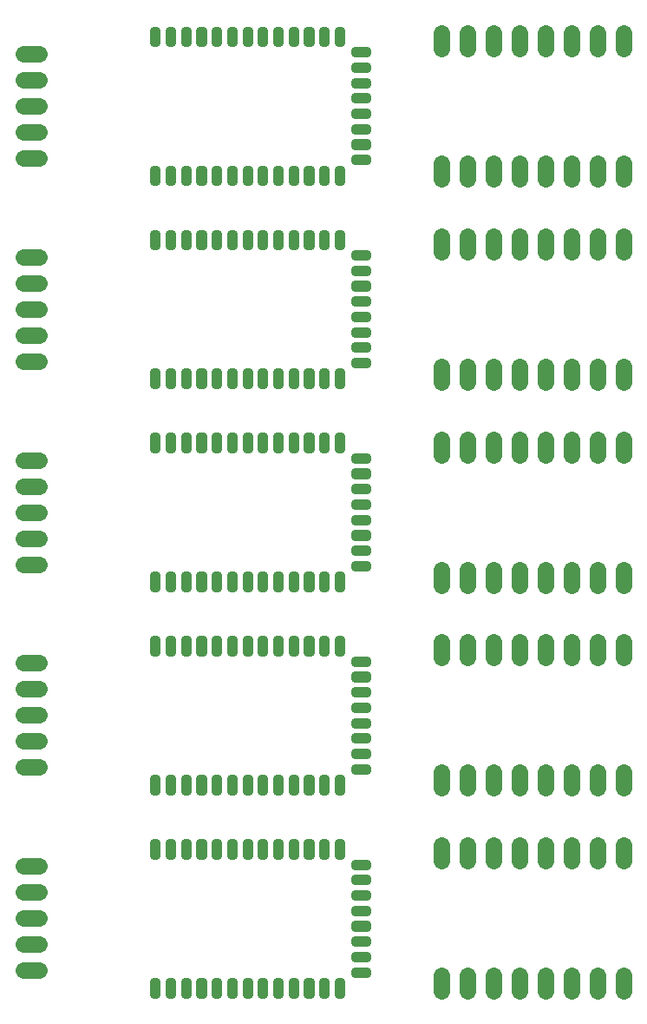
<source format=gts>
G04 EAGLE Gerber RS-274X export*
G75*
%MOMM*%
%FSLAX34Y34*%
%LPD*%
%INTop Solder Mask*%
%IPPOS*%
%AMOC8*
5,1,8,0,0,1.08239X$1,22.5*%
G01*
%ADD10C,0.800100*%
%ADD11C,1.625600*%


D10*
X153734Y40060D02*
X153734Y27740D01*
X151066Y27740D01*
X151066Y40060D01*
X153734Y40060D01*
X153734Y35341D02*
X151066Y35341D01*
X168734Y40060D02*
X168734Y27740D01*
X166066Y27740D01*
X166066Y40060D01*
X168734Y40060D01*
X168734Y35341D02*
X166066Y35341D01*
X183734Y40060D02*
X183734Y27740D01*
X181066Y27740D01*
X181066Y40060D01*
X183734Y40060D01*
X183734Y35341D02*
X181066Y35341D01*
X198734Y40060D02*
X198734Y27740D01*
X196066Y27740D01*
X196066Y40060D01*
X198734Y40060D01*
X198734Y35341D02*
X196066Y35341D01*
X213734Y40060D02*
X213734Y27740D01*
X211066Y27740D01*
X211066Y40060D01*
X213734Y40060D01*
X213734Y35341D02*
X211066Y35341D01*
X228734Y40060D02*
X228734Y27740D01*
X226066Y27740D01*
X226066Y40060D01*
X228734Y40060D01*
X228734Y35341D02*
X226066Y35341D01*
X243734Y40060D02*
X243734Y27740D01*
X241066Y27740D01*
X241066Y40060D01*
X243734Y40060D01*
X243734Y35341D02*
X241066Y35341D01*
X258734Y40060D02*
X258734Y27740D01*
X256066Y27740D01*
X256066Y40060D01*
X258734Y40060D01*
X258734Y35341D02*
X256066Y35341D01*
X273734Y40060D02*
X273734Y27740D01*
X271066Y27740D01*
X271066Y40060D01*
X273734Y40060D01*
X273734Y35341D02*
X271066Y35341D01*
X288734Y40060D02*
X288734Y27740D01*
X286066Y27740D01*
X286066Y40060D01*
X288734Y40060D01*
X288734Y35341D02*
X286066Y35341D01*
X303734Y40060D02*
X303734Y27740D01*
X301066Y27740D01*
X301066Y40060D01*
X303734Y40060D01*
X303734Y35341D02*
X301066Y35341D01*
X318734Y40060D02*
X318734Y27740D01*
X316066Y27740D01*
X316066Y40060D01*
X318734Y40060D01*
X318734Y35341D02*
X316066Y35341D01*
X333734Y40060D02*
X333734Y27740D01*
X331066Y27740D01*
X331066Y40060D01*
X333734Y40060D01*
X333734Y35341D02*
X331066Y35341D01*
X346940Y50634D02*
X359260Y50634D01*
X359260Y47966D01*
X346940Y47966D01*
X346940Y50634D01*
X346940Y65634D02*
X359260Y65634D01*
X359260Y62966D01*
X346940Y62966D01*
X346940Y65634D01*
X346940Y80634D02*
X359260Y80634D01*
X359260Y77966D01*
X346940Y77966D01*
X346940Y80634D01*
X346940Y95634D02*
X359260Y95634D01*
X359260Y92966D01*
X346940Y92966D01*
X346940Y95634D01*
X346940Y110634D02*
X359260Y110634D01*
X359260Y107966D01*
X346940Y107966D01*
X346940Y110634D01*
X346940Y125634D02*
X359260Y125634D01*
X359260Y122966D01*
X346940Y122966D01*
X346940Y125634D01*
X346940Y140634D02*
X359260Y140634D01*
X359260Y137966D01*
X346940Y137966D01*
X346940Y140634D01*
X346940Y155634D02*
X359260Y155634D01*
X359260Y152966D01*
X346940Y152966D01*
X346940Y155634D01*
X331066Y163140D02*
X331066Y175460D01*
X333734Y175460D01*
X333734Y163140D01*
X331066Y163140D01*
X331066Y170741D02*
X333734Y170741D01*
X316066Y175460D02*
X316066Y163140D01*
X316066Y175460D02*
X318734Y175460D01*
X318734Y163140D01*
X316066Y163140D01*
X316066Y170741D02*
X318734Y170741D01*
X301066Y175460D02*
X301066Y163140D01*
X301066Y175460D02*
X303734Y175460D01*
X303734Y163140D01*
X301066Y163140D01*
X301066Y170741D02*
X303734Y170741D01*
X286066Y175460D02*
X286066Y163140D01*
X286066Y175460D02*
X288734Y175460D01*
X288734Y163140D01*
X286066Y163140D01*
X286066Y170741D02*
X288734Y170741D01*
X271066Y175460D02*
X271066Y163140D01*
X271066Y175460D02*
X273734Y175460D01*
X273734Y163140D01*
X271066Y163140D01*
X271066Y170741D02*
X273734Y170741D01*
X256066Y175460D02*
X256066Y163140D01*
X256066Y175460D02*
X258734Y175460D01*
X258734Y163140D01*
X256066Y163140D01*
X256066Y170741D02*
X258734Y170741D01*
X241066Y175460D02*
X241066Y163140D01*
X241066Y175460D02*
X243734Y175460D01*
X243734Y163140D01*
X241066Y163140D01*
X241066Y170741D02*
X243734Y170741D01*
X226066Y175460D02*
X226066Y163140D01*
X226066Y175460D02*
X228734Y175460D01*
X228734Y163140D01*
X226066Y163140D01*
X226066Y170741D02*
X228734Y170741D01*
X211066Y175460D02*
X211066Y163140D01*
X211066Y175460D02*
X213734Y175460D01*
X213734Y163140D01*
X211066Y163140D01*
X211066Y170741D02*
X213734Y170741D01*
X196066Y175460D02*
X196066Y163140D01*
X196066Y175460D02*
X198734Y175460D01*
X198734Y163140D01*
X196066Y163140D01*
X196066Y170741D02*
X198734Y170741D01*
X181066Y175460D02*
X181066Y163140D01*
X181066Y175460D02*
X183734Y175460D01*
X183734Y163140D01*
X181066Y163140D01*
X181066Y170741D02*
X183734Y170741D01*
X166066Y175460D02*
X166066Y163140D01*
X166066Y175460D02*
X168734Y175460D01*
X168734Y163140D01*
X166066Y163140D01*
X166066Y170741D02*
X168734Y170741D01*
X151066Y175460D02*
X151066Y163140D01*
X151066Y175460D02*
X153734Y175460D01*
X153734Y163140D01*
X151066Y163140D01*
X151066Y170741D02*
X153734Y170741D01*
D11*
X39370Y50800D02*
X24130Y50800D01*
X24130Y76200D02*
X39370Y76200D01*
X39370Y101600D02*
X24130Y101600D01*
X24130Y127000D02*
X39370Y127000D01*
X39370Y152400D02*
X24130Y152400D01*
X431800Y45720D02*
X431800Y30480D01*
X457200Y30480D02*
X457200Y45720D01*
X482600Y45720D02*
X482600Y30480D01*
X508000Y30480D02*
X508000Y45720D01*
X533400Y45720D02*
X533400Y30480D01*
X558800Y30480D02*
X558800Y45720D01*
X584200Y45720D02*
X584200Y30480D01*
X609600Y30480D02*
X609600Y45720D01*
X609600Y157480D02*
X609600Y172720D01*
X584200Y172720D02*
X584200Y157480D01*
X558800Y157480D02*
X558800Y172720D01*
X533400Y172720D02*
X533400Y157480D01*
X508000Y157480D02*
X508000Y172720D01*
X482600Y172720D02*
X482600Y157480D01*
X457200Y157480D02*
X457200Y172720D01*
X431800Y172720D02*
X431800Y157480D01*
D10*
X153734Y225733D02*
X153734Y238053D01*
X153734Y225733D02*
X151066Y225733D01*
X151066Y238053D01*
X153734Y238053D01*
X153734Y233334D02*
X151066Y233334D01*
X168734Y238053D02*
X168734Y225733D01*
X166066Y225733D01*
X166066Y238053D01*
X168734Y238053D01*
X168734Y233334D02*
X166066Y233334D01*
X183734Y238053D02*
X183734Y225733D01*
X181066Y225733D01*
X181066Y238053D01*
X183734Y238053D01*
X183734Y233334D02*
X181066Y233334D01*
X198734Y238053D02*
X198734Y225733D01*
X196066Y225733D01*
X196066Y238053D01*
X198734Y238053D01*
X198734Y233334D02*
X196066Y233334D01*
X213734Y238053D02*
X213734Y225733D01*
X211066Y225733D01*
X211066Y238053D01*
X213734Y238053D01*
X213734Y233334D02*
X211066Y233334D01*
X228734Y238053D02*
X228734Y225733D01*
X226066Y225733D01*
X226066Y238053D01*
X228734Y238053D01*
X228734Y233334D02*
X226066Y233334D01*
X243734Y238053D02*
X243734Y225733D01*
X241066Y225733D01*
X241066Y238053D01*
X243734Y238053D01*
X243734Y233334D02*
X241066Y233334D01*
X258734Y238053D02*
X258734Y225733D01*
X256066Y225733D01*
X256066Y238053D01*
X258734Y238053D01*
X258734Y233334D02*
X256066Y233334D01*
X273734Y238053D02*
X273734Y225733D01*
X271066Y225733D01*
X271066Y238053D01*
X273734Y238053D01*
X273734Y233334D02*
X271066Y233334D01*
X288734Y238053D02*
X288734Y225733D01*
X286066Y225733D01*
X286066Y238053D01*
X288734Y238053D01*
X288734Y233334D02*
X286066Y233334D01*
X303734Y238053D02*
X303734Y225733D01*
X301066Y225733D01*
X301066Y238053D01*
X303734Y238053D01*
X303734Y233334D02*
X301066Y233334D01*
X318734Y238053D02*
X318734Y225733D01*
X316066Y225733D01*
X316066Y238053D01*
X318734Y238053D01*
X318734Y233334D02*
X316066Y233334D01*
X333734Y238053D02*
X333734Y225733D01*
X331066Y225733D01*
X331066Y238053D01*
X333734Y238053D01*
X333734Y233334D02*
X331066Y233334D01*
X346940Y248627D02*
X359260Y248627D01*
X359260Y245959D01*
X346940Y245959D01*
X346940Y248627D01*
X346940Y263627D02*
X359260Y263627D01*
X359260Y260959D01*
X346940Y260959D01*
X346940Y263627D01*
X346940Y278627D02*
X359260Y278627D01*
X359260Y275959D01*
X346940Y275959D01*
X346940Y278627D01*
X346940Y293627D02*
X359260Y293627D01*
X359260Y290959D01*
X346940Y290959D01*
X346940Y293627D01*
X346940Y308627D02*
X359260Y308627D01*
X359260Y305959D01*
X346940Y305959D01*
X346940Y308627D01*
X346940Y323627D02*
X359260Y323627D01*
X359260Y320959D01*
X346940Y320959D01*
X346940Y323627D01*
X346940Y338627D02*
X359260Y338627D01*
X359260Y335959D01*
X346940Y335959D01*
X346940Y338627D01*
X346940Y353627D02*
X359260Y353627D01*
X359260Y350959D01*
X346940Y350959D01*
X346940Y353627D01*
X331066Y361133D02*
X331066Y373453D01*
X333734Y373453D01*
X333734Y361133D01*
X331066Y361133D01*
X331066Y368734D02*
X333734Y368734D01*
X316066Y373453D02*
X316066Y361133D01*
X316066Y373453D02*
X318734Y373453D01*
X318734Y361133D01*
X316066Y361133D01*
X316066Y368734D02*
X318734Y368734D01*
X301066Y373453D02*
X301066Y361133D01*
X301066Y373453D02*
X303734Y373453D01*
X303734Y361133D01*
X301066Y361133D01*
X301066Y368734D02*
X303734Y368734D01*
X286066Y373453D02*
X286066Y361133D01*
X286066Y373453D02*
X288734Y373453D01*
X288734Y361133D01*
X286066Y361133D01*
X286066Y368734D02*
X288734Y368734D01*
X271066Y373453D02*
X271066Y361133D01*
X271066Y373453D02*
X273734Y373453D01*
X273734Y361133D01*
X271066Y361133D01*
X271066Y368734D02*
X273734Y368734D01*
X256066Y373453D02*
X256066Y361133D01*
X256066Y373453D02*
X258734Y373453D01*
X258734Y361133D01*
X256066Y361133D01*
X256066Y368734D02*
X258734Y368734D01*
X241066Y373453D02*
X241066Y361133D01*
X241066Y373453D02*
X243734Y373453D01*
X243734Y361133D01*
X241066Y361133D01*
X241066Y368734D02*
X243734Y368734D01*
X226066Y373453D02*
X226066Y361133D01*
X226066Y373453D02*
X228734Y373453D01*
X228734Y361133D01*
X226066Y361133D01*
X226066Y368734D02*
X228734Y368734D01*
X211066Y373453D02*
X211066Y361133D01*
X211066Y373453D02*
X213734Y373453D01*
X213734Y361133D01*
X211066Y361133D01*
X211066Y368734D02*
X213734Y368734D01*
X196066Y373453D02*
X196066Y361133D01*
X196066Y373453D02*
X198734Y373453D01*
X198734Y361133D01*
X196066Y361133D01*
X196066Y368734D02*
X198734Y368734D01*
X181066Y373453D02*
X181066Y361133D01*
X181066Y373453D02*
X183734Y373453D01*
X183734Y361133D01*
X181066Y361133D01*
X181066Y368734D02*
X183734Y368734D01*
X166066Y373453D02*
X166066Y361133D01*
X166066Y373453D02*
X168734Y373453D01*
X168734Y361133D01*
X166066Y361133D01*
X166066Y368734D02*
X168734Y368734D01*
X151066Y373453D02*
X151066Y361133D01*
X151066Y373453D02*
X153734Y373453D01*
X153734Y361133D01*
X151066Y361133D01*
X151066Y368734D02*
X153734Y368734D01*
D11*
X39370Y248793D02*
X24130Y248793D01*
X24130Y274193D02*
X39370Y274193D01*
X39370Y299593D02*
X24130Y299593D01*
X24130Y324993D02*
X39370Y324993D01*
X39370Y350393D02*
X24130Y350393D01*
X431800Y243713D02*
X431800Y228473D01*
X457200Y228473D02*
X457200Y243713D01*
X482600Y243713D02*
X482600Y228473D01*
X508000Y228473D02*
X508000Y243713D01*
X533400Y243713D02*
X533400Y228473D01*
X558800Y228473D02*
X558800Y243713D01*
X584200Y243713D02*
X584200Y228473D01*
X609600Y228473D02*
X609600Y243713D01*
X609600Y355473D02*
X609600Y370713D01*
X584200Y370713D02*
X584200Y355473D01*
X558800Y355473D02*
X558800Y370713D01*
X533400Y370713D02*
X533400Y355473D01*
X508000Y355473D02*
X508000Y370713D01*
X482600Y370713D02*
X482600Y355473D01*
X457200Y355473D02*
X457200Y370713D01*
X431800Y370713D02*
X431800Y355473D01*
D10*
X153734Y423751D02*
X153734Y436071D01*
X153734Y423751D02*
X151066Y423751D01*
X151066Y436071D01*
X153734Y436071D01*
X153734Y431352D02*
X151066Y431352D01*
X168734Y436071D02*
X168734Y423751D01*
X166066Y423751D01*
X166066Y436071D01*
X168734Y436071D01*
X168734Y431352D02*
X166066Y431352D01*
X183734Y436071D02*
X183734Y423751D01*
X181066Y423751D01*
X181066Y436071D01*
X183734Y436071D01*
X183734Y431352D02*
X181066Y431352D01*
X198734Y436071D02*
X198734Y423751D01*
X196066Y423751D01*
X196066Y436071D01*
X198734Y436071D01*
X198734Y431352D02*
X196066Y431352D01*
X213734Y436071D02*
X213734Y423751D01*
X211066Y423751D01*
X211066Y436071D01*
X213734Y436071D01*
X213734Y431352D02*
X211066Y431352D01*
X228734Y436071D02*
X228734Y423751D01*
X226066Y423751D01*
X226066Y436071D01*
X228734Y436071D01*
X228734Y431352D02*
X226066Y431352D01*
X243734Y436071D02*
X243734Y423751D01*
X241066Y423751D01*
X241066Y436071D01*
X243734Y436071D01*
X243734Y431352D02*
X241066Y431352D01*
X258734Y436071D02*
X258734Y423751D01*
X256066Y423751D01*
X256066Y436071D01*
X258734Y436071D01*
X258734Y431352D02*
X256066Y431352D01*
X273734Y436071D02*
X273734Y423751D01*
X271066Y423751D01*
X271066Y436071D01*
X273734Y436071D01*
X273734Y431352D02*
X271066Y431352D01*
X288734Y436071D02*
X288734Y423751D01*
X286066Y423751D01*
X286066Y436071D01*
X288734Y436071D01*
X288734Y431352D02*
X286066Y431352D01*
X303734Y436071D02*
X303734Y423751D01*
X301066Y423751D01*
X301066Y436071D01*
X303734Y436071D01*
X303734Y431352D02*
X301066Y431352D01*
X318734Y436071D02*
X318734Y423751D01*
X316066Y423751D01*
X316066Y436071D01*
X318734Y436071D01*
X318734Y431352D02*
X316066Y431352D01*
X333734Y436071D02*
X333734Y423751D01*
X331066Y423751D01*
X331066Y436071D01*
X333734Y436071D01*
X333734Y431352D02*
X331066Y431352D01*
X346940Y446645D02*
X359260Y446645D01*
X359260Y443977D01*
X346940Y443977D01*
X346940Y446645D01*
X346940Y461645D02*
X359260Y461645D01*
X359260Y458977D01*
X346940Y458977D01*
X346940Y461645D01*
X346940Y476645D02*
X359260Y476645D01*
X359260Y473977D01*
X346940Y473977D01*
X346940Y476645D01*
X346940Y491645D02*
X359260Y491645D01*
X359260Y488977D01*
X346940Y488977D01*
X346940Y491645D01*
X346940Y506645D02*
X359260Y506645D01*
X359260Y503977D01*
X346940Y503977D01*
X346940Y506645D01*
X346940Y521645D02*
X359260Y521645D01*
X359260Y518977D01*
X346940Y518977D01*
X346940Y521645D01*
X346940Y536645D02*
X359260Y536645D01*
X359260Y533977D01*
X346940Y533977D01*
X346940Y536645D01*
X346940Y551645D02*
X359260Y551645D01*
X359260Y548977D01*
X346940Y548977D01*
X346940Y551645D01*
X331066Y559151D02*
X331066Y571471D01*
X333734Y571471D01*
X333734Y559151D01*
X331066Y559151D01*
X331066Y566752D02*
X333734Y566752D01*
X316066Y571471D02*
X316066Y559151D01*
X316066Y571471D02*
X318734Y571471D01*
X318734Y559151D01*
X316066Y559151D01*
X316066Y566752D02*
X318734Y566752D01*
X301066Y571471D02*
X301066Y559151D01*
X301066Y571471D02*
X303734Y571471D01*
X303734Y559151D01*
X301066Y559151D01*
X301066Y566752D02*
X303734Y566752D01*
X286066Y571471D02*
X286066Y559151D01*
X286066Y571471D02*
X288734Y571471D01*
X288734Y559151D01*
X286066Y559151D01*
X286066Y566752D02*
X288734Y566752D01*
X271066Y571471D02*
X271066Y559151D01*
X271066Y571471D02*
X273734Y571471D01*
X273734Y559151D01*
X271066Y559151D01*
X271066Y566752D02*
X273734Y566752D01*
X256066Y571471D02*
X256066Y559151D01*
X256066Y571471D02*
X258734Y571471D01*
X258734Y559151D01*
X256066Y559151D01*
X256066Y566752D02*
X258734Y566752D01*
X241066Y571471D02*
X241066Y559151D01*
X241066Y571471D02*
X243734Y571471D01*
X243734Y559151D01*
X241066Y559151D01*
X241066Y566752D02*
X243734Y566752D01*
X226066Y571471D02*
X226066Y559151D01*
X226066Y571471D02*
X228734Y571471D01*
X228734Y559151D01*
X226066Y559151D01*
X226066Y566752D02*
X228734Y566752D01*
X211066Y571471D02*
X211066Y559151D01*
X211066Y571471D02*
X213734Y571471D01*
X213734Y559151D01*
X211066Y559151D01*
X211066Y566752D02*
X213734Y566752D01*
X196066Y571471D02*
X196066Y559151D01*
X196066Y571471D02*
X198734Y571471D01*
X198734Y559151D01*
X196066Y559151D01*
X196066Y566752D02*
X198734Y566752D01*
X181066Y571471D02*
X181066Y559151D01*
X181066Y571471D02*
X183734Y571471D01*
X183734Y559151D01*
X181066Y559151D01*
X181066Y566752D02*
X183734Y566752D01*
X166066Y571471D02*
X166066Y559151D01*
X166066Y571471D02*
X168734Y571471D01*
X168734Y559151D01*
X166066Y559151D01*
X166066Y566752D02*
X168734Y566752D01*
X151066Y571471D02*
X151066Y559151D01*
X151066Y571471D02*
X153734Y571471D01*
X153734Y559151D01*
X151066Y559151D01*
X151066Y566752D02*
X153734Y566752D01*
D11*
X39370Y446811D02*
X24130Y446811D01*
X24130Y472211D02*
X39370Y472211D01*
X39370Y497611D02*
X24130Y497611D01*
X24130Y523011D02*
X39370Y523011D01*
X39370Y548411D02*
X24130Y548411D01*
X431800Y441731D02*
X431800Y426491D01*
X457200Y426491D02*
X457200Y441731D01*
X482600Y441731D02*
X482600Y426491D01*
X508000Y426491D02*
X508000Y441731D01*
X533400Y441731D02*
X533400Y426491D01*
X558800Y426491D02*
X558800Y441731D01*
X584200Y441731D02*
X584200Y426491D01*
X609600Y426491D02*
X609600Y441731D01*
X609600Y553491D02*
X609600Y568731D01*
X584200Y568731D02*
X584200Y553491D01*
X558800Y553491D02*
X558800Y568731D01*
X533400Y568731D02*
X533400Y553491D01*
X508000Y553491D02*
X508000Y568731D01*
X482600Y568731D02*
X482600Y553491D01*
X457200Y553491D02*
X457200Y568731D01*
X431800Y568731D02*
X431800Y553491D01*
D10*
X153734Y621744D02*
X153734Y634064D01*
X153734Y621744D02*
X151066Y621744D01*
X151066Y634064D01*
X153734Y634064D01*
X153734Y629345D02*
X151066Y629345D01*
X168734Y634064D02*
X168734Y621744D01*
X166066Y621744D01*
X166066Y634064D01*
X168734Y634064D01*
X168734Y629345D02*
X166066Y629345D01*
X183734Y634064D02*
X183734Y621744D01*
X181066Y621744D01*
X181066Y634064D01*
X183734Y634064D01*
X183734Y629345D02*
X181066Y629345D01*
X198734Y634064D02*
X198734Y621744D01*
X196066Y621744D01*
X196066Y634064D01*
X198734Y634064D01*
X198734Y629345D02*
X196066Y629345D01*
X213734Y634064D02*
X213734Y621744D01*
X211066Y621744D01*
X211066Y634064D01*
X213734Y634064D01*
X213734Y629345D02*
X211066Y629345D01*
X228734Y634064D02*
X228734Y621744D01*
X226066Y621744D01*
X226066Y634064D01*
X228734Y634064D01*
X228734Y629345D02*
X226066Y629345D01*
X243734Y634064D02*
X243734Y621744D01*
X241066Y621744D01*
X241066Y634064D01*
X243734Y634064D01*
X243734Y629345D02*
X241066Y629345D01*
X258734Y634064D02*
X258734Y621744D01*
X256066Y621744D01*
X256066Y634064D01*
X258734Y634064D01*
X258734Y629345D02*
X256066Y629345D01*
X273734Y634064D02*
X273734Y621744D01*
X271066Y621744D01*
X271066Y634064D01*
X273734Y634064D01*
X273734Y629345D02*
X271066Y629345D01*
X288734Y634064D02*
X288734Y621744D01*
X286066Y621744D01*
X286066Y634064D01*
X288734Y634064D01*
X288734Y629345D02*
X286066Y629345D01*
X303734Y634064D02*
X303734Y621744D01*
X301066Y621744D01*
X301066Y634064D01*
X303734Y634064D01*
X303734Y629345D02*
X301066Y629345D01*
X318734Y634064D02*
X318734Y621744D01*
X316066Y621744D01*
X316066Y634064D01*
X318734Y634064D01*
X318734Y629345D02*
X316066Y629345D01*
X333734Y634064D02*
X333734Y621744D01*
X331066Y621744D01*
X331066Y634064D01*
X333734Y634064D01*
X333734Y629345D02*
X331066Y629345D01*
X346940Y644638D02*
X359260Y644638D01*
X359260Y641970D01*
X346940Y641970D01*
X346940Y644638D01*
X346940Y659638D02*
X359260Y659638D01*
X359260Y656970D01*
X346940Y656970D01*
X346940Y659638D01*
X346940Y674638D02*
X359260Y674638D01*
X359260Y671970D01*
X346940Y671970D01*
X346940Y674638D01*
X346940Y689638D02*
X359260Y689638D01*
X359260Y686970D01*
X346940Y686970D01*
X346940Y689638D01*
X346940Y704638D02*
X359260Y704638D01*
X359260Y701970D01*
X346940Y701970D01*
X346940Y704638D01*
X346940Y719638D02*
X359260Y719638D01*
X359260Y716970D01*
X346940Y716970D01*
X346940Y719638D01*
X346940Y734638D02*
X359260Y734638D01*
X359260Y731970D01*
X346940Y731970D01*
X346940Y734638D01*
X346940Y749638D02*
X359260Y749638D01*
X359260Y746970D01*
X346940Y746970D01*
X346940Y749638D01*
X331066Y757144D02*
X331066Y769464D01*
X333734Y769464D01*
X333734Y757144D01*
X331066Y757144D01*
X331066Y764745D02*
X333734Y764745D01*
X316066Y769464D02*
X316066Y757144D01*
X316066Y769464D02*
X318734Y769464D01*
X318734Y757144D01*
X316066Y757144D01*
X316066Y764745D02*
X318734Y764745D01*
X301066Y769464D02*
X301066Y757144D01*
X301066Y769464D02*
X303734Y769464D01*
X303734Y757144D01*
X301066Y757144D01*
X301066Y764745D02*
X303734Y764745D01*
X286066Y769464D02*
X286066Y757144D01*
X286066Y769464D02*
X288734Y769464D01*
X288734Y757144D01*
X286066Y757144D01*
X286066Y764745D02*
X288734Y764745D01*
X271066Y769464D02*
X271066Y757144D01*
X271066Y769464D02*
X273734Y769464D01*
X273734Y757144D01*
X271066Y757144D01*
X271066Y764745D02*
X273734Y764745D01*
X256066Y769464D02*
X256066Y757144D01*
X256066Y769464D02*
X258734Y769464D01*
X258734Y757144D01*
X256066Y757144D01*
X256066Y764745D02*
X258734Y764745D01*
X241066Y769464D02*
X241066Y757144D01*
X241066Y769464D02*
X243734Y769464D01*
X243734Y757144D01*
X241066Y757144D01*
X241066Y764745D02*
X243734Y764745D01*
X226066Y769464D02*
X226066Y757144D01*
X226066Y769464D02*
X228734Y769464D01*
X228734Y757144D01*
X226066Y757144D01*
X226066Y764745D02*
X228734Y764745D01*
X211066Y769464D02*
X211066Y757144D01*
X211066Y769464D02*
X213734Y769464D01*
X213734Y757144D01*
X211066Y757144D01*
X211066Y764745D02*
X213734Y764745D01*
X196066Y769464D02*
X196066Y757144D01*
X196066Y769464D02*
X198734Y769464D01*
X198734Y757144D01*
X196066Y757144D01*
X196066Y764745D02*
X198734Y764745D01*
X181066Y769464D02*
X181066Y757144D01*
X181066Y769464D02*
X183734Y769464D01*
X183734Y757144D01*
X181066Y757144D01*
X181066Y764745D02*
X183734Y764745D01*
X166066Y769464D02*
X166066Y757144D01*
X166066Y769464D02*
X168734Y769464D01*
X168734Y757144D01*
X166066Y757144D01*
X166066Y764745D02*
X168734Y764745D01*
X151066Y769464D02*
X151066Y757144D01*
X151066Y769464D02*
X153734Y769464D01*
X153734Y757144D01*
X151066Y757144D01*
X151066Y764745D02*
X153734Y764745D01*
D11*
X39370Y644804D02*
X24130Y644804D01*
X24130Y670204D02*
X39370Y670204D01*
X39370Y695604D02*
X24130Y695604D01*
X24130Y721004D02*
X39370Y721004D01*
X39370Y746404D02*
X24130Y746404D01*
X431800Y639724D02*
X431800Y624484D01*
X457200Y624484D02*
X457200Y639724D01*
X482600Y639724D02*
X482600Y624484D01*
X508000Y624484D02*
X508000Y639724D01*
X533400Y639724D02*
X533400Y624484D01*
X558800Y624484D02*
X558800Y639724D01*
X584200Y639724D02*
X584200Y624484D01*
X609600Y624484D02*
X609600Y639724D01*
X609600Y751484D02*
X609600Y766724D01*
X584200Y766724D02*
X584200Y751484D01*
X558800Y751484D02*
X558800Y766724D01*
X533400Y766724D02*
X533400Y751484D01*
X508000Y751484D02*
X508000Y766724D01*
X482600Y766724D02*
X482600Y751484D01*
X457200Y751484D02*
X457200Y766724D01*
X431800Y766724D02*
X431800Y751484D01*
D10*
X153734Y819737D02*
X153734Y832057D01*
X153734Y819737D02*
X151066Y819737D01*
X151066Y832057D01*
X153734Y832057D01*
X153734Y827338D02*
X151066Y827338D01*
X168734Y832057D02*
X168734Y819737D01*
X166066Y819737D01*
X166066Y832057D01*
X168734Y832057D01*
X168734Y827338D02*
X166066Y827338D01*
X183734Y832057D02*
X183734Y819737D01*
X181066Y819737D01*
X181066Y832057D01*
X183734Y832057D01*
X183734Y827338D02*
X181066Y827338D01*
X198734Y832057D02*
X198734Y819737D01*
X196066Y819737D01*
X196066Y832057D01*
X198734Y832057D01*
X198734Y827338D02*
X196066Y827338D01*
X213734Y832057D02*
X213734Y819737D01*
X211066Y819737D01*
X211066Y832057D01*
X213734Y832057D01*
X213734Y827338D02*
X211066Y827338D01*
X228734Y832057D02*
X228734Y819737D01*
X226066Y819737D01*
X226066Y832057D01*
X228734Y832057D01*
X228734Y827338D02*
X226066Y827338D01*
X243734Y832057D02*
X243734Y819737D01*
X241066Y819737D01*
X241066Y832057D01*
X243734Y832057D01*
X243734Y827338D02*
X241066Y827338D01*
X258734Y832057D02*
X258734Y819737D01*
X256066Y819737D01*
X256066Y832057D01*
X258734Y832057D01*
X258734Y827338D02*
X256066Y827338D01*
X273734Y832057D02*
X273734Y819737D01*
X271066Y819737D01*
X271066Y832057D01*
X273734Y832057D01*
X273734Y827338D02*
X271066Y827338D01*
X288734Y832057D02*
X288734Y819737D01*
X286066Y819737D01*
X286066Y832057D01*
X288734Y832057D01*
X288734Y827338D02*
X286066Y827338D01*
X303734Y832057D02*
X303734Y819737D01*
X301066Y819737D01*
X301066Y832057D01*
X303734Y832057D01*
X303734Y827338D02*
X301066Y827338D01*
X318734Y832057D02*
X318734Y819737D01*
X316066Y819737D01*
X316066Y832057D01*
X318734Y832057D01*
X318734Y827338D02*
X316066Y827338D01*
X333734Y832057D02*
X333734Y819737D01*
X331066Y819737D01*
X331066Y832057D01*
X333734Y832057D01*
X333734Y827338D02*
X331066Y827338D01*
X346940Y842631D02*
X359260Y842631D01*
X359260Y839963D01*
X346940Y839963D01*
X346940Y842631D01*
X346940Y857631D02*
X359260Y857631D01*
X359260Y854963D01*
X346940Y854963D01*
X346940Y857631D01*
X346940Y872631D02*
X359260Y872631D01*
X359260Y869963D01*
X346940Y869963D01*
X346940Y872631D01*
X346940Y887631D02*
X359260Y887631D01*
X359260Y884963D01*
X346940Y884963D01*
X346940Y887631D01*
X346940Y902631D02*
X359260Y902631D01*
X359260Y899963D01*
X346940Y899963D01*
X346940Y902631D01*
X346940Y917631D02*
X359260Y917631D01*
X359260Y914963D01*
X346940Y914963D01*
X346940Y917631D01*
X346940Y932631D02*
X359260Y932631D01*
X359260Y929963D01*
X346940Y929963D01*
X346940Y932631D01*
X346940Y947631D02*
X359260Y947631D01*
X359260Y944963D01*
X346940Y944963D01*
X346940Y947631D01*
X331066Y955137D02*
X331066Y967457D01*
X333734Y967457D01*
X333734Y955137D01*
X331066Y955137D01*
X331066Y962738D02*
X333734Y962738D01*
X316066Y967457D02*
X316066Y955137D01*
X316066Y967457D02*
X318734Y967457D01*
X318734Y955137D01*
X316066Y955137D01*
X316066Y962738D02*
X318734Y962738D01*
X301066Y967457D02*
X301066Y955137D01*
X301066Y967457D02*
X303734Y967457D01*
X303734Y955137D01*
X301066Y955137D01*
X301066Y962738D02*
X303734Y962738D01*
X286066Y967457D02*
X286066Y955137D01*
X286066Y967457D02*
X288734Y967457D01*
X288734Y955137D01*
X286066Y955137D01*
X286066Y962738D02*
X288734Y962738D01*
X271066Y967457D02*
X271066Y955137D01*
X271066Y967457D02*
X273734Y967457D01*
X273734Y955137D01*
X271066Y955137D01*
X271066Y962738D02*
X273734Y962738D01*
X256066Y967457D02*
X256066Y955137D01*
X256066Y967457D02*
X258734Y967457D01*
X258734Y955137D01*
X256066Y955137D01*
X256066Y962738D02*
X258734Y962738D01*
X241066Y967457D02*
X241066Y955137D01*
X241066Y967457D02*
X243734Y967457D01*
X243734Y955137D01*
X241066Y955137D01*
X241066Y962738D02*
X243734Y962738D01*
X226066Y967457D02*
X226066Y955137D01*
X226066Y967457D02*
X228734Y967457D01*
X228734Y955137D01*
X226066Y955137D01*
X226066Y962738D02*
X228734Y962738D01*
X211066Y967457D02*
X211066Y955137D01*
X211066Y967457D02*
X213734Y967457D01*
X213734Y955137D01*
X211066Y955137D01*
X211066Y962738D02*
X213734Y962738D01*
X196066Y967457D02*
X196066Y955137D01*
X196066Y967457D02*
X198734Y967457D01*
X198734Y955137D01*
X196066Y955137D01*
X196066Y962738D02*
X198734Y962738D01*
X181066Y967457D02*
X181066Y955137D01*
X181066Y967457D02*
X183734Y967457D01*
X183734Y955137D01*
X181066Y955137D01*
X181066Y962738D02*
X183734Y962738D01*
X166066Y967457D02*
X166066Y955137D01*
X166066Y967457D02*
X168734Y967457D01*
X168734Y955137D01*
X166066Y955137D01*
X166066Y962738D02*
X168734Y962738D01*
X151066Y967457D02*
X151066Y955137D01*
X151066Y967457D02*
X153734Y967457D01*
X153734Y955137D01*
X151066Y955137D01*
X151066Y962738D02*
X153734Y962738D01*
D11*
X39370Y842797D02*
X24130Y842797D01*
X24130Y868197D02*
X39370Y868197D01*
X39370Y893597D02*
X24130Y893597D01*
X24130Y918997D02*
X39370Y918997D01*
X39370Y944397D02*
X24130Y944397D01*
X431800Y837717D02*
X431800Y822477D01*
X457200Y822477D02*
X457200Y837717D01*
X482600Y837717D02*
X482600Y822477D01*
X508000Y822477D02*
X508000Y837717D01*
X533400Y837717D02*
X533400Y822477D01*
X558800Y822477D02*
X558800Y837717D01*
X584200Y837717D02*
X584200Y822477D01*
X609600Y822477D02*
X609600Y837717D01*
X609600Y949477D02*
X609600Y964717D01*
X584200Y964717D02*
X584200Y949477D01*
X558800Y949477D02*
X558800Y964717D01*
X533400Y964717D02*
X533400Y949477D01*
X508000Y949477D02*
X508000Y964717D01*
X482600Y964717D02*
X482600Y949477D01*
X457200Y949477D02*
X457200Y964717D01*
X431800Y964717D02*
X431800Y949477D01*
M02*

</source>
